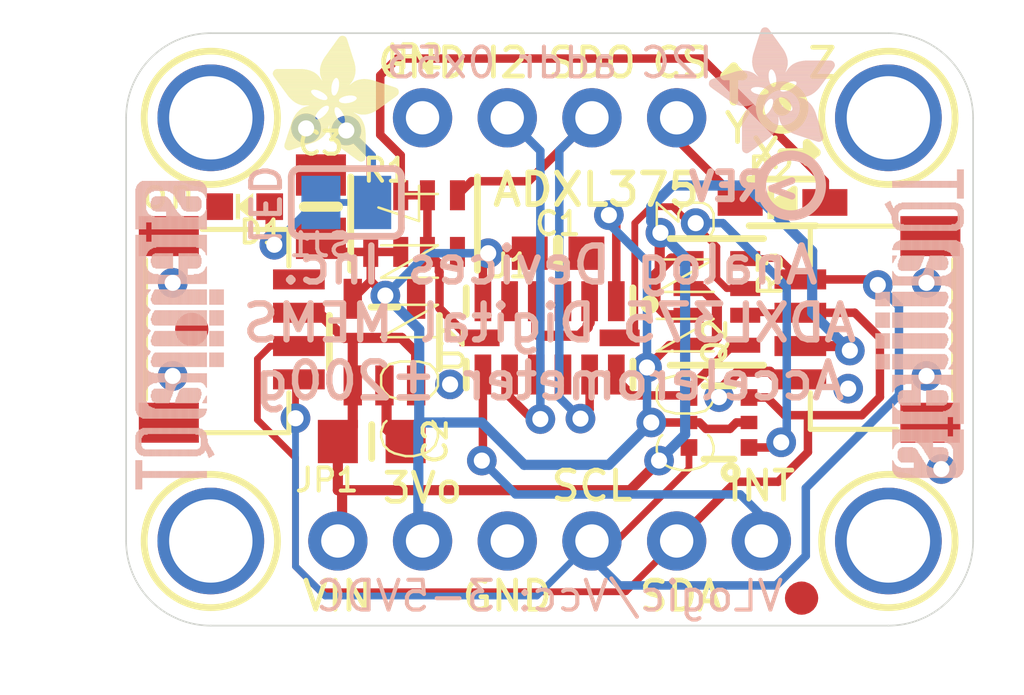
<source format=kicad_pcb>
(kicad_pcb (version 20211014) (generator pcbnew)
  (layers (0 "F.Cu" signal) (31 "B.Cu" signal) (34 "B.Paste" user) (35 "F.Paste" user) (36 "B.SilkS" user "B.Silkscreen") (37 "F.SilkS" user "F.Silkscreen") (38 "B.Mask" user) (39 "F.Mask" user) (44 "Edge.Cuts" user))
  (net 0 "")
  (net 1 "GND")
  (net 2 "SCL")
  (net 3 "SCL_3V")
  (net 4 "3.3V")
  (net 5 "VCC")
  (net 6 "N$1")
  (net 7 "CS_3V")
  (net 8 "INT1")
  (net 9 "INT2")
  (net 10 "SDA/SDIO_3V")
  (net 11 "SDO")
  (net 12 "CS")
  (net 13 "SDA/SDIO")
  (net 14 "N$2")
  (footprint "boardEagle:SOD-323" (layer "F.Cu") (at 155.4861 101.1936)
    (fp_text reference "D2" (at -1.1 -1) (layer "F.SilkS") (effects (font (size 0.692831 0.692831) (thickness 0.119969)) (justify left)))
    (fp_text value "1N4148")
    (pad "A" smd rect (at 1.27 0) (size 1.35 0.8) (layers "F.Cu" "F.Paste" "F.Mask") (net 7 "CS_3V"))
    (pad "C" smd rect (at -1.27 0) (size 1.35 0.8) (layers "F.Cu" "F.Paste" "F.Mask") (net 12 "CS"))
  )
  (footprint "boardEagle:0603-NO" (layer "F.Cu") (at 148.7551 102.7176)
    (fp_text reference "C1" (at -0.762 -0.889) (layer "F.SilkS") (effects (font (size 0.692831 0.692831) (thickness 0.119969)) (justify left)))
    (fp_text value "0.1uF")
    (pad "1" smd rect (at -0.85 0) (size 1.075 1) (layers "F.Cu" "F.Paste" "F.Mask") (net 4 "3.3V"))
    (pad "2" smd rect (at 0.85 0) (size 1.075 1) (layers "F.Cu" "F.Paste" "F.Mask") (net 1 "GND"))
  )
  (footprint "boardEagle:SOT363" (layer "F.Cu") (at 153.5811 107.7976 90)
    (fp_text reference "Q2" (at 1.651 -0.127 90) (layer "F.SilkS") (effects (font (size 0.692831 0.692831) (thickness 0.119969)) (justify left)))
    (fp_text value "BSS138")
    (pad "1" smd rect (at -0.75 0.9 90) (size 0.5 0.5) (layers "F.Cu" "F.Paste" "F.Mask") (net 3 "SCL_3V"))
    (pad "2" smd rect (at 0 0.9 90) (size 0.4 0.5) (layers "F.Cu" "F.Paste" "F.Mask") (net 4 "3.3V"))
    (pad "3" smd rect (at 0.75 0.9 90) (size 0.5 0.5) (layers "F.Cu" "F.Paste" "F.Mask") (net 13 "SDA/SDIO"))
    (pad "4" smd rect (at 0.75 -0.9 90) (size 0.5 0.5) (layers "F.Cu" "F.Paste" "F.Mask") (net 10 "SDA/SDIO_3V"))
    (pad "5" smd rect (at 0 -0.9 90) (size 0.4 0.5) (layers "F.Cu" "F.Paste" "F.Mask") (net 4 "3.3V"))
    (pad "6" smd rect (at -0.75 -0.9 90) (size 0.5 0.5) (layers "F.Cu" "F.Paste" "F.Mask") (net 2 "SCL"))
  )
  (footprint "boardEagle:MOUNTINGHOLE_2.5_PLATED" (layer "F.Cu") (at 138.3411 98.6536)
    (fp_text reference "U$1" hide)
    (fp_text value "MOUNTINGHOLE2.5" hide)
    (pad "P$1" thru_hole circle (at 0 0) (size 3.2 3.2) (drill 2.5) (layers *.Cu *.Mask))
  )
  (footprint "boardEagle:SOT23-5" (layer "F.Cu") (at 143.5481 105.3846)
    (fp_text reference "U2" (at 2.032 -0.562 90) (layer "F.SilkS") (effects (font (size 0.692831 0.692831) (thickness 0.119969)) (justify right)))
    (fp_text value "AP2112K-3.3")
    (pad "1" smd rect (at -0.95 1.3001) (size 0.55 1.2) (layers "F.Cu" "F.Paste" "F.Mask") (net 5 "VCC"))
    (pad "2" smd rect (at 0 1.3001) (size 0.55 1.2) (layers "F.Cu" "F.Paste" "F.Mask") (net 1 "GND"))
    (pad "3" smd rect (at 0.95 1.3001) (size 0.55 1.2) (layers "F.Cu" "F.Paste" "F.Mask") (net 5 "VCC"))
    (pad "4" smd rect (at 0.95 -1.3001) (size 0.55 1.2) (layers "F.Cu" "F.Paste" "F.Mask"))
    (pad "5" smd rect (at -0.95 -1.3001) (size 0.55 1.2) (layers "F.Cu" "F.Paste" "F.Mask") (net 4 "3.3V"))
  )
  (footprint "boardEagle:MOUNTINGHOLE_2.5_PLATED" (layer "F.Cu") (at 158.6611 98.6536)
    (fp_text reference "U$17" hide)
    (fp_text value "MOUNTINGHOLE2.5" hide)
    (pad "P$1" thru_hole circle (at 0 0) (size 3.2 3.2) (drill 2.5) (layers *.Cu *.Mask))
  )
  (footprint "boardEagle:MOUNTINGHOLE_2.5_PLATED" (layer "F.Cu") (at 158.6611 111.3536)
    (fp_text reference "U$21" hide)
    (fp_text value "MOUNTINGHOLE2.5" hide)
    (pad "P$1" thru_hole circle (at 0 0) (size 3.2 3.2) (drill 2.5) (layers *.Cu *.Mask))
  )
  (footprint "boardEagle:JST_SH4" (layer "F.Cu") (at 158.5341 105.0036 90)
    (fp_text reference "CONN3" (at -4.6 -5.9 90) (layer "F.SilkS") (effects (font (size 1.703222 1.703222) (thickness 0.074778)) (justify left)))
    (fp_text value "STEMMA_I2C_QT" hide)
    (pad "1" smd rect (at -1.5 -2.514 180) (size 1.55 0.6) (layers "F.Cu" "F.Paste" "F.Mask") (net 1 "GND"))
    (pad "2" smd rect (at -0.5 -2.514 180) (size 1.55 0.6) (layers "F.Cu" "F.Paste" "F.Mask") (net 5 "VCC"))
    (pad "3" smd rect (at 0.5 -2.514 180) (size 1.55 0.6) (layers "F.Cu" "F.Paste" "F.Mask") (net 13 "SDA/SDIO"))
    (pad "4" smd rect (at 1.5 -2.514 180) (size 1.55 0.6) (layers "F.Cu" "F.Paste" "F.Mask") (net 2 "SCL"))
    (pad "MT1" smd rect (at -2.8 1.386 180) (size 1.8 1.2) (layers "F.Cu" "F.Paste" "F.Mask") (net 1 "GND"))
    (pad "MT2" smd rect (at 2.8 1.386 180) (size 1.8 1.2) (layers "F.Cu" "F.Paste" "F.Mask") (net 1 "GND"))
  )
  (footprint "boardEagle:CHIPLED_0603_NOOUTLINE" (layer "F.Cu") (at 139.3571 101.3206 90)
    (fp_text reference "D1" (at -0.762 1.27) (layer "F.SilkS") (effects (font (size 0.692831 0.692831) (thickness 0.119969)) (justify right)))
    (fp_text value "GREEN")
    (pad "A" smd rect (at 0 0.75 90) (size 0.8 0.8) (layers "F.Cu" "F.Paste" "F.Mask") (net 14 "N$2"))
    (pad "C" smd rect (at 0 -0.75 90) (size 0.8 0.8) (layers "F.Cu" "F.Paste" "F.Mask") (net 1 "GND"))
  )
  (footprint "boardEagle:0805-NO" (layer "F.Cu") (at 141.6431 101.3206 90)
    (fp_text reference "C3" (at 1.905 -0.762) (layer "F.SilkS") (effects (font (size 0.692831 0.692831) (thickness 0.119969)) (justify left)))
    (fp_text value "10uF")
    (pad "1" smd rect (at -0.95 0 90) (size 1.24 1.5) (layers "F.Cu" "F.Paste" "F.Mask") (net 4 "3.3V"))
    (pad "2" smd rect (at 0.95 0 90) (size 1.24 1.5) (layers "F.Cu" "F.Paste" "F.Mask") (net 1 "GND"))
  )
  (footprint "boardEagle:ADAFRUIT_3.5MM" (layer "F.Cu") (at 140.1826 99.9871)
    (fp_text reference "U$4" hide)
    (fp_text value "" hide)
  )
  (footprint "boardEagle:1X04_ROUND" (layer "F.Cu") (at 148.5011 98.6536)
    (fp_text reference "JP2" (at -5.1562 -1.8288) (layer "F.SilkS") (effects (font (size 0.692831 0.692831) (thickness 0.119969)) (justify left)))
    (fp_text value "")
    (pad "1" thru_hole circle (at -3.81 0 90) (size 1.778 1.778) (drill 1) (layers *.Cu *.Mask) (net 1 "GND"))
    (pad "2" thru_hole circle (at -1.27 0 90) (size 1.778 1.778) (drill 1) (layers *.Cu *.Mask) (net 9 "INT2"))
    (pad "3" thru_hole circle (at 1.27 0 90) (size 1.778 1.778) (drill 1) (layers *.Cu *.Mask) (net 11 "SDO"))
    (pad "4" thru_hole circle (at 3.81 0 90) (size 1.778 1.778) (drill 1) (layers *.Cu *.Mask) (net 12 "CS"))
  )
  (footprint "boardEagle:LGA14" (layer "F.Cu") (at 148.5011 105.2576)
    (fp_text reference "U1" (at -2.032 -2.159) (layer "F.SilkS") (effects (font (size 0.692831 0.692831) (thickness 0.119969)) (justify left)))
    (fp_text value "ADXL343")
    (pad "1" smd rect (at 2 -1.1) (size 0.5 1.2) (layers "F.Cu" "F.Paste" "F.Mask") (net 4 "3.3V"))
    (pad "2" smd rect (at 1.2 -1.1 180) (size 0.5 1.2) (layers "F.Cu" "F.Paste" "F.Mask") (net 1 "GND"))
    (pad "3" smd rect (at 0.4 -1.1 180) (size 0.5 1.2) (layers "F.Cu" "F.Paste" "F.Mask"))
    (pad "4" smd rect (at -0.4 -1.1 180) (size 0.5 1.2) (layers "F.Cu" "F.Paste" "F.Mask") (net 1 "GND"))
    (pad "5" smd rect (at -1.2 -1.1 180) (size 0.5 1.2) (layers "F.Cu" "F.Paste" "F.Mask") (net 1 "GND"))
    (pad "6" smd rect (at -2 -1.1 180) (size 0.5 1.2) (layers "F.Cu" "F.Paste" "F.Mask") (net 4 "3.3V"))
    (pad "7" smd rect (at -2.1 0 270) (size 0.5 1.2) (layers "F.Cu" "F.Paste" "F.Mask") (net 7 "CS_3V"))
    (pad "8" smd rect (at -2 1.1 180) (size 0.5 1.2) (layers "F.Cu" "F.Paste" "F.Mask") (net 8 "INT1"))
    (pad "9" smd rect (at -1.2 1.1 180) (size 0.5 1.2) (layers "F.Cu" "F.Paste" "F.Mask") (net 9 "INT2"))
    (pad "10" smd rect (at -0.4 1.1) (size 0.5 1.2) (layers "F.Cu" "F.Paste" "F.Mask"))
    (pad "11" smd rect (at 0.4 1.1) (size 0.5 1.2) (layers "F.Cu" "F.Paste" "F.Mask"))
    (pad "12" smd rect (at 1.2 1.1) (size 0.5 1.2) (layers "F.Cu" "F.Paste" "F.Mask") (net 11 "SDO"))
    (pad "13" smd rect (at 2 1.1) (size 0.5 1.2) (layers "F.Cu" "F.Paste" "F.Mask") (net 10 "SDA/SDIO_3V"))
    (pad "14" smd rect (at 2.1 0 90) (size 0.5 1.2) (layers "F.Cu" "F.Paste" "F.Mask") (net 3 "SCL_3V"))
  )
  (footprint "boardEagle:FIDUCIAL_1MM" (layer "F.Cu") (at 137.7696 105.0036)
    (fp_text reference "FID4" hide)
    (fp_text value "FIDUCIAL_1MM" hide)
    (pad "1" smd roundrect (at 0 0) (size 1 1) (layers "F.Cu" "F.Mask") (roundrect_rratio 0.5))
  )
  (footprint "boardEagle:RESPACK_4X0603" (layer "F.Cu") (at 153.5176 104.1781 -90)
    (fp_text reference "R3" (at -1.6 -1.6 90) (layer "F.SilkS") (effects (font (size 0.692831 0.692831) (thickness 0.119969)) (justify right)))
    (fp_text value "10K")
    (pad "1" smd rect (at -1.3 0.85 270) (size 0.45 0.9) (layers "F.Cu" "F.Paste" "F.Mask") (net 5 "VCC"))
    (pad "2" smd rect (at -0.4 0.85 270) (size 0.45 0.9) (layers "F.Cu" "F.Paste" "F.Mask") (net 4 "3.3V"))
    (pad "3" smd rect (at 0.4 0.85 270) (size 0.45 0.9) (layers "F.Cu" "F.Paste" "F.Mask") (net 5 "VCC"))
    (pad "4" smd rect (at 1.3 0.85 270) (size 0.45 0.9) (layers "F.Cu" "F.Paste" "F.Mask") (net 4 "3.3V"))
    (pad "5" smd rect (at 1.3 -0.85 270) (size 0.45 0.9) (layers "F.Cu" "F.Paste" "F.Mask") (net 10 "SDA/SDIO_3V"))
    (pad "6" smd rect (at 0.4 -0.85 270) (size 0.45 0.9) (layers "F.Cu" "F.Paste" "F.Mask") (net 13 "SDA/SDIO"))
    (pad "7" smd rect (at -0.4 -0.85 270) (size 0.45 0.9) (layers "F.Cu" "F.Paste" "F.Mask") (net 3 "SCL_3V"))
    (pad "8" smd rect (at -1.3 -0.85 270) (size 0.45 0.9) (layers "F.Cu" "F.Paste" "F.Mask") (net 2 "SCL"))
  )
  (footprint "boardEagle:_0805MP" (layer "F.Cu") (at 143.1671 108.3691)
    (fp_text reference "C2" (at 1.905 -0.762 90) (layer "F.SilkS") (effects (font (size 0.692831 0.692831) (thickness 0.119969)) (justify right)))
    (fp_text value "10uF")
    (pad "1" smd rect (at -1.016 0) (size 1.2 1.3) (layers "F.Cu" "F.Paste" "F.Mask") (net 5 "VCC"))
    (pad "2" smd rect (at 1.016 0) (size 1.2 1.3) (layers "F.Cu" "F.Paste" "F.Mask") (net 1 "GND"))
  )
  (footprint "boardEagle:JST_SH4" (layer "F.Cu") (at 138.4681 105.0036 -90)
    (fp_text reference "CONN4" (at -4.6 -5.9 90) (layer "F.SilkS") (effects (font (size 1.703222 1.703222) (thickness 0.074778)) (justify right)))
    (fp_text value "STEMMA_I2C_QT" hide)
    (pad "1" smd rect (at -1.5 -2.514) (size 1.55 0.6) (layers "F.Cu" "F.Paste" "F.Mask") (net 1 "GND"))
    (pad "2" smd rect (at -0.5 -2.514) (size 1.55 0.6) (layers "F.Cu" "F.Paste" "F.Mask") (net 5 "VCC"))
    (pad "3" smd rect (at 0.5 -2.514) (size 1.55 0.6) (layers "F.Cu" "F.Paste" "F.Mask") (net 13 "SDA/SDIO"))
    (pad "4" smd rect (at 1.5 -2.514) (size 1.55 0.6) (layers "F.Cu" "F.Paste" "F.Mask") (net 2 "SCL"))
    (pad "MT1" smd rect (at -2.8 1.386) (size 1.8 1.2) (layers "F.Cu" "F.Paste" "F.Mask") (net 1 "GND"))
    (pad "MT2" smd rect (at 2.8 1.386) (size 1.8 1.2) (layers "F.Cu" "F.Paste" "F.Mask") (net 1 "GND"))
  )
  (footprint "boardEagle:RESPACK_4X0603" (layer "F.Cu") (at 144.4371 101.8286)
    (fp_text reference "R1" (at -1.6 -1.6) (layer "F.SilkS") (effects (font (size 0.692831 0.692831) (thickness 0.119969)) (justify left)))
    (fp_text value "10K")
    (pad "1" smd rect (at -1.3 0.85) (size 0.45 0.9) (layers "F.Cu" "F.Paste" "F.Mask") (net 4 "3.3V"))
    (pad "2" smd rect (at -0.4 0.85) (size 0.45 0.9) (layers "F.Cu" "F.Paste" "F.Mask") (net 4 "3.3V"))
    (pad "3" smd rect (at 0.4 0.85) (size 0.45 0.9) (layers "F.Cu" "F.Paste" "F.Mask") (net 7 "CS_3V"))
    (pad "4" smd rect (at 1.3 0.85) (size 0.45 0.9) (layers "F.Cu" "F.Paste" "F.Mask") (net 1 "GND"))
    (pad "5" smd rect (at 1.3 -0.85) (size 0.45 0.9) (layers "F.Cu" "F.Paste" "F.Mask") (net 11 "SDO"))
    (pad "6" smd rect (at 0.4 -0.85) (size 0.45 0.9) (layers "F.Cu" "F.Paste" "F.Mask") (net 7 "CS_3V"))
    (pad "7" smd rect (at -0.4 -0.85) (size 0.45 0.9) (layers "F.Cu" "F.Paste" "F.Mask") (net 7 "CS_3V"))
    (pad "8" smd rect (at -1.3 -0.85) (size 0.45 0.9) (layers "F.Cu" "F.Paste" "F.Mask") (net 6 "N$1"))
  )
  (footprint "boardEagle:1X06_ROUND_70" (layer "F.Cu") (at 148.5011 111.3536)
    (fp_text reference "JP1" (at -7.6962 -1.8288) (layer "F.SilkS") (effects (font (size 0.692831 0.692831) (thickness 0.119969)) (justify left)))
    (fp_text value "")
    (pad "1" thru_hole circle (at -6.35 0 90) (size 1.778 1.778) (drill 1) (layers *.Cu *.Mask) (net 5 "VCC"))
    (pad "2" thru_hole circle (at -3.81 0 90) (size 1.778 1.778) (drill 1) (layers *.Cu *.Mask) (net 4 "3.3V"))
    (pad "3" thru_hole circle (at -1.27 0 90) (size 1.778 1.778) (drill 1) (layers *.Cu *.Mask) (net 1 "GND"))
    (pad "4" thru_hole circle (at 1.27 0 90) (size 1.778 1.778) (drill 1) (layers *.Cu *.Mask) (net 2 "SCL"))
    (pad "5" thru_hole circle (at 3.81 0 90) (size 1.778 1.778) (drill 1) (layers *.Cu *.Mask) (net 13 "SDA/SDIO"))
    (pad "6" thru_hole circle (at 6.35 0 90) (size 1.778 1.778) (drill 1) (layers *.Cu *.Mask) (net 8 "INT1"))
  )
  (footprint "boardEagle:FIDUCIAL_1MM" (layer "F.Cu") (at 156.0576 113.0681)
    (fp_text reference "FID3" hide)
    (fp_text value "FIDUCIAL_1MM" hide)
    (pad "1" smd roundrect (at 0 0) (size 1 1) (layers "F.Cu" "F.Mask") (roundrect_rratio 0.5))
  )
  (footprint "boardEagle:MOUNTINGHOLE_2.5_PLATED" (layer "F.Cu") (at 138.3411 111.3536)
    (fp_text reference "U$19" hide)
    (fp_text value "MOUNTINGHOLE2.5" hide)
    (pad "P$1" thru_hole circle (at 0 0) (size 3.2 3.2) (drill 2.5) (layers *.Cu *.Mask))
  )
  (footprint "boardEagle:STEMMAQT" (layer "B.Cu") (at 158.2801 109.4486 90)
    (fp_text reference "U$30" hide)
    (fp_text value "" hide)
  )
  (footprint "boardEagle:PCBFEAT-REV-040" (layer "B.Cu") (at 155.7401 100.6856 180)
    (fp_text reference "U$25" hide)
    (fp_text value "" hide)
    (fp_text user ">REV" (at -0.3556 -0.508) (layer "B.SilkS") (effects (font (size 0.8128 0.8128) (thickness 0.2032)) (justify left bottom mirror)))
  )
  (footprint "boardEagle:ADAFRUIT_3.5MM" (layer "B.Cu") (at 157.0736 99.7331 180)
    (fp_text reference "U$11" hide)
    (fp_text value "" hide)
  )
  (footprint "boardEagle:STEMMAQT" (layer "B.Cu") (at 138.7221 100.5586 -90)
    (fp_text reference "U$31" hide)
    (fp_text value "" hide)
  )
  (footprint "boardEagle:SOLDERJUMPER_CLOSEDWIRE" (layer "B.Cu") (at 142.4051 101.1936)
    (fp_text reference "SJ1" (at -1.778 1.27) (layer "B.SilkS") (effects (font (size 0.692831 0.692831) (thickness 0.119969)) (justify right mirror)))
    (fp_text value "")
    (pad "1" smd rect (at -0.762 0) (size 1.1684 1.6002) (layers "B.Cu") (net 14 "N$2"))
    (pad "2" smd rect (at 0.762 0) (size 1.1684 1.6002) (layers "B.Cu") (net 6 "N$1"))
    (pad "WIRE" smd rect (at 0 0 180) (size 0.635 0.2032) (layers "B.Cu"))
  )
  (gr_line (start 155.4607 99.695) (end 156.4767 99.695) (layer "F.SilkS") (width 0.254))
  (gr_line (start 154.305 97.3963) (end 154.2796 97.3963) (layer "F.SilkS") (width 0.254))
  (gr_line (start 154.0256 97.1169) (end 153.7462 97.3963) (layer "F.SilkS") (width 0.254))
  (gr_line (start 154.0256 98.1583) (end 154.0256 97.1423) (layer "F.SilkS") (width 0.254))
  (gr_line (start 156.2227 99.4156) (end 156.2227 99.949) (layer "F.SilkS") (width 0.254))
  (gr_line (start 156.5021 99.695) (end 156.2227 99.4156) (layer "F.SilkS") (width 0.254))
  (gr_line (start 156.2227 99.9744) (end 156.2227 99.949) (layer "F.SilkS") (width 0.254))
  (gr_line (start 156.2227 99.949) (end 156.4767 99.695) (layer "F.SilkS") (width 0.254))
  (gr_line (start 156.4767 99.695) (end 156.5021 99.695) (layer "F.SilkS") (width 0.254))
  (gr_circle (center 155.4734 98.3107) (end 155.4988 98.3107) (layer "F.SilkS") (width 0.254) (fill none))
  (gr_line (start 154.2796 97.3963) (end 154.0256 97.1423) (layer "F.SilkS") (width 0.254))
  (gr_line (start 153.7462 97.3963) (end 154.2796 97.3963) (layer "F.SilkS") (width 0.254))
  (gr_line (start 154.0256 97.1423) (end 154.0256 97.1169) (layer "F.SilkS") (width 0.254))
  (gr_circle (center 155.4734 98.3488) (end 156.1338 98.3488) (layer "F.SilkS") (width 0.254) (fill none))
  (gr_arc (start 161.2011 111.3536) (mid 160.457151 113.149651) (end 158.6611 113.8936) (layer "Edge.Cuts") (width 0.05))
  (gr_line (start 135.8011 98.6536) (end 135.8011 111.3536) (layer "Edge.Cuts") (width 0.05))
  (gr_line (start 138.3411 113.8936) (end 158.6611 113.8936) (layer "Edge.Cuts") (width 0.05))
  (gr_arc (start 138.3411 113.8936) (mid 136.545049 113.149651) (end 135.8011 111.3536) (layer "Edge.Cuts") (width 0.05))
  (gr_arc (start 158.6611 96.1136) (mid 160.457151 96.857549) (end 161.2011 98.6536) (layer "Edge.Cuts") (width 0.05))
  (gr_arc (start 135.8011 98.6536) (mid 136.545049 96.857549) (end 138.3411 96.1136) (layer "Edge.Cuts") (width 0.05))
  (gr_line (start 158.6611 96.1136) (end 138.3411 96.1136) (layer "Edge.Cuts") (width 0.05))
  (gr_line (start 161.2011 111.3536) (end 161.2011 98.6536) (layer "Edge.Cuts") (width 0.05))
  (gr_text "Analog Devices Inc.\nADXL375 Digital MEMS\nAccelerometer ±200g" (at 148.5011 104.8131) (layer "B.SilkS") (effects (font (size 1.0795 1.0795) (thickness 0.1905)) (justify mirror)))
  (gr_text "I2C addr 0x53" (at 148.5011 97.0026) (layer "B.SilkS") (effects (font (size 0.89408 0.89408) (thickness 0.12192)) (justify mirror)))
  (gr_text "LED" (at 139.9286 101.2571 -90) (layer "B.SilkS") (effects (font (size 0.8636 0.8636) (thickness 0.1524)) (justify mirror)))
  (gr_text "VLogic/Vcc: 3-5VDC" (at 148.5011 113.0046) (layer "B.SilkS") (effects (font (size 0.89408 0.89408) (thickness 0.12192)) (justify mirror)))
  (gr_text "SDO" (at 149.7711 97.0026) (layer "F.SilkS") (effects (font (size 0.87376 0.87376) (thickness 0.14224))))
  (gr_text "3Vo" (at 144.6911 109.7661) (layer "F.SilkS") (effects (font (size 0.87376 0.87376) (thickness 0.14224))))
  (gr_text "ADXL375" (at 149.8981 100.8126) (layer "F.SilkS") (effects (font (size 0.94996 0.94996) (thickness 0.16764))))
  (gr_text "Y" (at 153.67 99.4791) (layer "F.SilkS") (effects (font (size 0.87376 0.87376) (thickness 0.14224)) (justify left bottom)))
  (gr_text "Z" (at 156.1719 97.5233) (layer "F.SilkS") (effects (font (size 0.87376 0.87376) (thickness 0.14224)) (justify left bottom)))
  (gr_text "X" (at 154.4701 100.2411) (layer "F.SilkS") (effects (font (size 0.87376 0.87376) (thickness 0.14224)) (justify left bottom)))
  (gr_text "VIN" (at 142.1511 113.0046) (layer "F.SilkS") (effects (font (size 0.87376 0.87376) (thickness 0.14224))))
  (gr_text "GND" (at 144.6911 97.0026) (layer "F.SilkS") (effects (font (size 0.87376 0.87376) (thickness 0.14224))))
  (gr_text "INT" (at 154.8511 109.7026) (layer "F.SilkS") (effects (font (size 0.87376 0.87376) (thickness 0.14224))))
  (gr_text "GND" (at 147.2311 113.0046) (layer "F.SilkS") (effects (font (size 0.87376 0.87376) (thickness 0.14224))))
  (gr_text "on" (at 136.1821 101.4476) (layer "F.SilkS") (effects (font (size 0.89408 0.89408) (thickness 0.12192)) (justify left bottom)))
  (gr_text "SCL" (at 149.7711 109.7026) (layer "F.SilkS") (effects (font (size 0.87376 0.87376) (thickness 0.14224))))
  (gr_text "CS" (at 152.4381 97.0026) (layer "F.SilkS") (effects (font (size 0.87376 0.87376) (thickness 0.14224))))
  (gr_text "I2" (at 147.2311 97.0026) (layer "F.SilkS") (effects (font (size 0.87376 0.87376) (thickness 0.14224))))
  (gr_text "SDA" (at 152.4381 113.0046) (layer "F.SilkS") (effects (font (size 0.87376 0.87376) (thickness 0.14224))))
  (segment (start 155.3351 106.5036) (end 156.0201 106.5036) (width 0.3048) (layer "F.Cu") (net 1))
  (segment (start 149.3901 105.1941) (end 148.1836 105.1941) (width 0.3048) (layer "F.Cu") (net 1))
  (segment (start 148.1011 105.1116) (end 148.1011 104.1576) (width 0.3048) (layer "F.Cu") (net 1))
  (segment (start 143.6116 106.7482) (end 143.6116 107.9881) (width 0.3048) (layer "F.Cu") (net 1))
  (segment (start 154.1526 106.2736) (end 153.5811 106.8451) (width 0.3048) (layer "F.Cu") (net 1))
  (segment (start 153.5811 107.0356) (end 153.5811 106.8451) (width 0.3048) (layer "F.Cu") (net 1))
  (segment (start 149.7011 104.804707) (end 149.6455 104.860307) (width 0.3048) (layer "F.Cu") (net 1))
  (segment (start 143.5481 106.6847) (end 143.6116 106.7482) (width 0.3048) (layer "F.Cu") (net 1))
  (segment (start 143.6116 107.9881) (end 143.9926 108.3691) (width 0.3048) (layer "F.Cu") (net 1))
  (segment (start 155.1051 106.2736) (end 155.3351 106.5036) (width 0.3048) (layer "F.Cu") (net 1))
  (segment (start 143.9926 108.3691) (end 144.1831 108.3691) (width 0.3048) (layer "F.Cu") (net 1))
  (segment (start 149.6455 104.860307) (end 149.6455 104.9387) (width 0.3048) (layer "F.Cu") (net 1))
  (segment (start 149.6455 104.9387) (end 149.3901 105.1941) (width 0.3048) (layer "F.Cu") (net 1))
  (segment (start 154.1526 106.2736) (end 155.1051 106.2736) (width 0.3048) (layer "F.Cu") (net 1))
  (segment (start 148.1836 105.1941) (end 148.1011 105.1116) (width 0.3048) (layer "F.Cu") (net 1))
  (segment (start 149.7011 104.1576) (end 149.7011 104.804707) (width 0.3048) (layer "F.Cu") (net 1))
  (via (at 145.5166 106.6546) (size 0.889) (drill 0.4826) (layers "F.Cu" "B.Cu") (net 1))
  (via (at 160.2486 109.1946) (size 0.889) (drill 0.4826) (layers "F.Cu" "B.Cu") (net 1))
  (via (at 137.1981 103.6066) (size 0.889) (drill 0.4826) (layers "F.Cu" "B.Cu") (net 1))
  (via (at 137.1981 106.4006) (size 0.889) (drill 0.4826) (layers "F.Cu" "B.Cu") (net 1))
  (via (at 153.5811 107.0356) (size 0.889) (drill 0.4826) (layers "F.Cu" "B.Cu") (net 1))
  (via (at 157.4546 106.7816) (size 0.889) (drill 0.4826) (layers "F.Cu" "B.Cu") (net 1))
  (via (at 141.1986 98.9711) (size 0.889) (drill 0.4826) (layers "F.Cu" "B.Cu") (net 1))
  (via (at 159.8041 106.4006) (size 0.889) (drill 0.4826) (layers "F.Cu" "B.Cu") (net 1))
  (via (at 159.8041 103.6066) (size 0.889) (drill 0.4826) (layers "F.Cu" "B.Cu") (net 1))
  (segment (start 156.0201 103.5036) (end 155.3946 102.8781) (width 0.2032) (layer "F.Cu") (net 2))
  (segment (start 150.5101 111.3536) (end 149.7711 111.3536) (width 0.2032) (layer "F.Cu") (net 2))
  (segment (start 158.1771 103.5036) (end 158.3436 103.6701) (width 0.254) (layer "F.Cu") (net 2))
  (segment (start 140.8811 106.6046) (end 140.9821 106.5036) (width 0.2032) (layer "F.Cu") (net 2))
  (segment (start 140.8811 107.6706) (end 140.8811 106.6046) (width 0.2032) (layer "F.Cu") (net 2))
  (segment (start 152.6811 108.5476) (end 152.6811 109.1826) (width 0.2032) (layer "F.Cu") (net 2))
  (segment (start 156.0201 103.5036) (end 158.1771 103.5036) (width 0.254) (layer "F.Cu") (net 2))
  (segment (start 155.3946 102.8781) (end 154.3676 102.8781) (width 0.2032) (layer "F.Cu") (net 2))
  (segment (start 152.6811 109.1826) (end 150.5101 111.3536) (width 0.2032) (layer "F.Cu") (net 2))
  (via (at 140.8811 107.6706) (size 0.889) (drill 0.4826) (layers "F.Cu" "B.Cu") (net 2))
  (via (at 158.3436 103.6701) (size 0.889) (drill 0.4826) (layers "F.Cu" "B.Cu") (net 2))
  (segment (start 156.1846 109.7661) (end 156.1846 111.7981) (width 0.254) (layer "B.Cu") (net 2))
  (segment (start 140.8811 112.1156) (end 140.8811 107.6706) (width 0.2032) (layer "B.Cu") (net 2))
  (segment (start 155.2956 112.6871) (end 150.5966 112.6871) (width 0.254) (layer "B.Cu") (net 2))
  (segment (start 158.3436 103.6701) (end 158.9786 104.3051) (width 0.254) (layer "B.Cu") (net 2))
  (segment (start 150.5966 112.6871) (end 149.7711 111.8616) (width 0.254) (layer "B.Cu") (net 2))
  (segment (start 141.7701 113.0046) (end 140.8811 112.1156) (width 0.2032) (layer "B.Cu") (net 2))
  (segment (start 158.9786 106.9721) (end 156.1846 109.7661) (width 0.254) (layer "B.Cu") (net 2))
  (segment (start 148.1201 113.0046) (end 141.7701 113.0046) (width 0.2032) (layer "B.Cu") (net 2))
  (segment (start 149.7711 111.3536) (end 148.1201 113.0046) (width 0.2032) (layer "B.Cu") (net 2))
  (segment (start 149.7711 111.8616) (end 149.7711 111.3536) (width 0.254) (layer "B.Cu") (net 2))
  (segment (start 158.9786 104.3051) (end 158.9786 106.9721) (width 0.254) (layer "B.Cu") (net 2))
  (segment (start 156.1846 111.7981) (end 155.2956 112.6871) (width 0.254) (layer "B.Cu") (net 2))
  (segment (start 153.5176 103.4796) (end 153.5176 102.5271) (width 0.2032) (layer "F.Cu") (net 3))
  (segment (start 152.6921 101.8149) (end 152.1978 101.3206) (width 0.2032) (layer "F.Cu") (net 3))
  (segment (start 151.0559 101.8138) (end 151.0559 105.2576) (width 0.2032) (layer "F.Cu") (net 3))
  (segment (start 154.4811 108.5476) (end 155.291506 108.5476) (width 0.254) (layer "F.Cu") (net 3))
  (segment (start 155.291506 108.5476) (end 155.446303 108.392804) (width 0.254) (layer "F.Cu") (net 3))
  (segment (start 153.8161 103.7781) (end 153.5176 103.4796) (width 0.2032) (layer "F.Cu") (net 3))
  (segment (start 153.5176 102.5271) (end 152.8826 101.8921) (width 0.2032) (layer "F.Cu") (net 3))
  (segment (start 152.1978 101.3206) (end 151.5491 101.3206) (width 0.2032) (layer "F.Cu") (net 3))
  (segment (start 152.8826 101.8149) (end 152.6921 101.8149) (width 0.2032) (layer "F.Cu") (net 3))
  (segment (start 151.5491 101.3206) (end 151.0559 101.8138) (width 0.2032) (layer "F.Cu") (net 3))
  (segment (start 152.8826 101.8149) (end 152.8826 101.8921) (width 0.2032) (layer "F.Cu") (net 3))
  (segment (start 151.0559 105.2576) (end 150.6011 105.2576) (width 0.2032) (layer "F.Cu") (net 3))
  (segment (start 154.3676 103.7781) (end 153.8161 103.7781) (width 0.2032) (layer "F.Cu") (net 3))
  (via (at 152.8826 101.8149) (size 0.889) (drill 0.4826) (layers "F.Cu" "B.Cu") (net 3))
  (via (at 155.446303 108.392804) (size 0.889) (drill 0.4826) (layers "F.Cu" "B.Cu") (net 3))
  (segment (start 155.6131 108.226007) (end 155.6131 103.7336) (width 0.254) (layer "B.Cu") (net 3))
  (segment (start 153.6944 101.8149) (end 152.8826 101.8149) (width 0.254) (layer "B.Cu") (net 3))
  (segment (start 155.6131 103.7336) (end 153.6944 101.8149) (width 0.254) (layer "B.Cu") (net 3))
  (segment (start 155.446303 108.392804) (end 155.6131 108.226007) (width 0.254) (layer "B.Cu") (net 3))
  (segment (start 154.1001 107.7976) (end 154.4811 107.7976) (width 0.254) (layer "F.Cu") (net 4))
  (segment (start 153.5176 104.2226) (end 153.0731 103.7781) (width 0.3048) (layer "F.Cu") (net 4))
  (segment (start 151.5491 107.7976) (end 152.6811 107.7976) (width 0.254) (layer "F.Cu") (net 4))
  (segment (start 143.1371 102.6786) (end 142.0511 102.6786) (width 0.254) (layer "F.Cu") (net 4))
  (segment (start 153.5176 105.2576) (end 153.2971 105.4781) (width 0.3048) (layer "F.Cu") (net 4))
  (segment (start 152.6811 107.7976) (end 152.9986 107.7976) (width 0.254) (layer "F.Cu") (net 4))
  (segment (start 142.5981 104.0845) (end 143.1371 103.5455) (width 0.254) (layer "F.Cu") (net 4))
  (segment (start 153.2971 105.4781) (end 152.6676 105.4781) (width 0.3048) (layer "F.Cu") (net 4))
  (segment (start 143.1371 103.5493) (end 143.5754 103.9876) (width 0.254) (layer "F.Cu") (net 4))
  (segment (start 143.1371 102.6786) (end 143.1371 103.5455) (width 0.254) (layer "F.Cu") (net 4))
  (segment (start 152.0906 105.4781) (end 151.4221 106.1466) (width 0.254) (layer "F.Cu") (net 4))
  (segment (start 150.5011 101.7966) (end 150.2791 101.5746) (width 0.254) (layer "F.Cu") (net 4))
  (segment (start 146.5011 104.1576) (end 146.5011 103.1056) (width 0.254) (layer "F.Cu") (net 4))
  (segment (start 142.0511 102.6786) (end 141.6431 102.2706) (width 0.254) (layer "F.Cu") (net 4))
  (segment (start 152.6676 105.4781) (end 152.0906 105.4781) (width 0.254) (layer "F.Cu") (net 4))
  (segment (start 153.9096 107.9881) (end 153.1891 107.9881) (width 0.254) (layer "F.Cu") (net 4))
  (segment (start 146.8891 102.7176) (end 147.9051 102.7176) (width 0.254) (layer "F.Cu") (net 4))
  (segment (start 153.5176 104.2226) (end 153.5176 105.2576) (width 0.3048) (layer "F.Cu") (net 4))
  (segment (start 146.8891 102.7176) (end 146.5011 103.1056) (width 0.254) (layer "F.Cu") (net 4))
  (segment (start 153.1891 107.9881) (end 152.9986 107.7976) (width 0.254) (layer "F.Cu") (net 4))
  (segment (start 143.1371 103.5455) (end 143.1371 103.5493) (width 0.254) (layer "F.Cu") (net 4))
  (segment (start 147.9051 102.7176) (end 146.6596 102.7176) (width 0.254) (layer "F.Cu") (net 4))
  (segment (start 152.6676 103.7781) (end 153.0731 103.7781) (width 0.3048) (layer "F.Cu") (net 4))
  (segment (start 154.1001 107.7976) (end 153.9096 107.9881) (width 0.254) (layer "F.Cu") (net 4))
  (segment (start 144.0371 102.6786) (end 143.1371 102.6786) (width 0.254) (layer "F.Cu") (net 4))
  (segment (start 150.5011 104.1576) (end 150.5011 101.7966) (width 0.254) (layer "F.Cu") (net 4))
  (via (at 143.5754 103.9876) (size 0.889) (drill 0.4826) (layers "F.Cu" "B.Cu") (net 4))
  (via (at 146.6596 102.7176) (size 0.889) (drill 0.4826) (layers "F.Cu" "B.Cu") (net 4))
  (via (at 151.5491 107.7976) (size 0.889) (drill 0.4826) (layers "F.Cu" "B.Cu") (net 4))
  (via (at 150.2791 101.5746) (size 0.889) (drill 0.4826) (layers "F.Cu" "B.Cu") (net 4))
  (via (at 151.4221 106.1466) (size 0.889) (drill 0.4826) (layers "F.Cu" "B.Cu") (net 4))
  (segment (start 145.3261 107.7976) (end 144.5914 107.7976) (width 0.3048) (layer "B.Cu") (net 4))
  (segment (start 151.4221 102.9716) (end 150.2791 101.8286) (width 0.254) (layer "B.Cu") (net 4))
  (segment (start 144.5914 105.0036) (end 143.5754 103.9876) (width 0.3048) (layer "B.Cu") (net 4))
  (segment (start 144.8454 102.7176) (end 146.6596 102.7176) (width 0.254) (layer "B.Cu") (net 4))
  (segment (start 146.4691 107.7976) (end 145.3261 107.7976) (width 0.3048) (layer "B.Cu") (net 4))
  (segment (start 150.2791 101.5746) (end 150.2791 101.8286) (width 0.254) (layer "B.Cu") (net 4))
  (segment (start 144.5641 107.7976) (end 144.5641 111.2266) (width 0.3048) (layer "B.Cu") (net 4))
  (segment (start 151.4221 102.9716) (end 151.4221 106.1466) (width 0.254) (layer "B.Cu") (net 4))
  (segment (start 145.3261 107.7976) (end 144.5641 107.7976) (width 0.254) (layer "B.Cu") (net 4))
  (segment (start 147.7391 109.0676) (end 146.4691 107.7976) (width 0.3048) (layer "B.Cu") (net 4))
  (segment (start 150.2791 109.0676) (end 147.7391 109.0676) (width 0.3048) (layer "B.Cu") (net 4))
  (segment (start 151.4221 106.1466) (end 151.4221 107.6706) (width 0.254) (layer "B.Cu") (net 4))
  (segment (start 151.5491 107.7976) (end 150.2791 109.0676) (width 0.3048) (layer "B.Cu") (net 4))
  (segment (start 144.5914 105.0036) (end 144.5914 107.7976) (width 0.3048) (layer "B.Cu") (net 4))
  (segment (start 144.5641 111.2266) (end 144.6911 111.3536) (width 0.3048) (layer "B.Cu") (net 4))
  (segment (start 151.5491 107.7976) (end 151.4221 107.6706) (width 0.254) (layer "B.Cu") (net 4))
  (segment (start 143.5754 103.9876) (end 144.8454 102.7176) (width 0.254) (layer "B.Cu") (net 4))
  (segment (start 144.4981 106.6847) (end 144.4981 105.6996) (width 0.3048) (layer "F.Cu") (net 5))
  (segment (start 142.2781 109.8296) (end 150.9141 109.8296) (width 0.3048) (layer "F.Cu") (net 5))
  (segment (start 142.5981 107.9221) (end 142.5981 106.6847) (width 0.3048) (layer "F.Cu") (net 5))
  (segment (start 142.5981 106.6847) (end 142.5981 105.3186) (width 0.3048) (layer "F.Cu") (net 5))
  (segment (start 152.6676 104.5781) (end 152.0126 104.5781) (width 0.3048) (layer "F.Cu") (net 5))
  (segment (start 142.329806 105.2576) (end 141.575806 104.5036) (width 0.3048) (layer "F.Cu") (net 5))
  (segment (start 157.3704 105.5036) (end 157.5054 105.6386) (width 0.3048) (layer "F.Cu") (net 5))
  (segment (start 152.1506 102.8781) (end 151.8031 103.2256) (width 0.3048) (layer "F.Cu") (net 5))
  (segment (start 142.1511 108.3691) (end 142.5981 107.9221) (width 0.3048) (layer "F.Cu") (net 5))
  (segment (start 151.8031 103.2256) (end 151.6761 103.3526) (width 0.3048) (layer "F.Cu") (net 5))
  (segment (start 142.5981 105.3186) (end 142.6591 105.2576) (width 0.3048) (layer "F.Cu") (net 5))
  (segment (start 144.4981 105.6996) (end 144.0561 105.2576) (width 0.3048) (layer "F.Cu") (net 5))
  (segment (start 151.7834 108.9603) (end 151.7834 108.9406) (width 0.3048) (layer "F.Cu") (net 5))
  (segment (start 151.8031 102.126275) (end 151.8031 103.2256) (width 0.3048) (layer "F.Cu") (net 5))
  (segment (start 151.824937 102.104438) (end 151.8031 102.126275) (width 0.3048) (layer "F.Cu") (net 5))
  (segment (start 150.9141 109.8296) (end 151.7834 108.9603) (width 0.3048) (layer "F.Cu") (net 5))
  (segment (start 142.1511 109.8296) (end 142.2781 109.8296) (width 0.3048) (layer "F.Cu") (net 5))
  (segment (start 151.6761 104.2416) (end 151.6761 103.3526) (width 0.3048) (layer "F.Cu") (net 5))
  (segment (start 141.575806 104.5036) (end 140.9821 104.5036) (width 0.3048) (layer "F.Cu") (net 5))
  (segment (start 142.1511 108.3691) (end 142.1511 109.8296) (width 0.3048) (layer "F.Cu") (net 5))
  (segment (start 142.6591 105.2576) (end 142.329806 105.2576) (width 0.3048) (layer "F.Cu") (net 5))
  (segment (start 152.0126 104.5781) (end 151.6761 104.2416) (width 0.3048) (layer "F.Cu") (net 5))
  (segment (start 144.0561 105.2576) (end 142.6591 105.2576) (width 0.3048) (layer "F.Cu") (net 5))
  (segment (start 152.1506 102.8781) (end 152.6676 102.8781) (width 0.3048) (layer "F.Cu") (net 5))
  (segment (start 156.0201 105.5036) (end 157.3704 105.5036) (width 0.3048) (layer "F.Cu") (net 5))
  (segment (start 142.2781 109.8296) (end 142.2781 111.2266) (width 0.3048) (layer "F.Cu") (net 5))
  (segment (start 142.2781 111.2266) (end 142.1511 111.3536) (width 0.3048) (layer "F.Cu") (net 5))
  (via (at 151.824937 102.104438) (size 0.889) (drill 0.4826) (layers "F.Cu" "B.Cu") (net 5))
  (via (at 157.5054 105.6386) (size 0.889) (drill 0.4826) (layers "F.Cu" "B.Cu") (net 5))
  (via (at 151.7834 108.9406) (size 0.889) (drill 0.4826) (layers "F.Cu" "B.Cu") (net 5))
  (segment (start 154.4066 100.6856) (end 156.3751 102.6541) (width 0.3048) (layer "B.Cu") (net 5))
  (segment (start 151.7834 108.9406) (end 152.5651 108.1589) (width 0.3048) (layer "B.Cu") (net 5))
  (segment (start 156.3751 102.6541) (end 156.3751 104.5083) (width 0.3048) (layer "B.Cu") (net 5))
  (segment (start 152.5651 102.8446) (end 151.824937 102.104438) (width 0.3048) (layer "B.Cu") (net 5))
  (segment (start 156.3751 104.5083) (end 157.5054 105.6386) (width 0.3048) (layer "B.Cu") (net 5))
  (segment (start 152.5651 108.1589) (end 152.5651 102.8446) (width 0.3048) (layer "B.Cu") (net 5))
  (segment (start 151.5491 101.3206) (end 152.1841 100.6856) (width 0.3048) (layer "B.Cu") (net 5))
  (segment (start 151.824937 102.040938) (end 151.5491 101.7651) (width 0.3048) (layer "B.Cu") (net 5))
  (segment (start 151.824937 102.104438) (end 151.824937 102.040938) (width 0.3048) (layer "B.Cu") (net 5))
  (segment (start 151.5491 101.7651) (end 151.5491 101.3206) (width 0.3048) (layer "B.Cu") (net 5))
  (segment (start 152.1841 100.6856) (end 154.4066 100.6856) (width 0.3048) (layer "B.Cu") (net 5))
  (segment (start 143.1371 100.9786) (end 143.1371 99.7666) (width 0.254) (layer "F.Cu") (net 6))
  (segment (start 143.1371 99.7666) (end 142.4051 99.0346) (width 0.254) (layer "F.Cu") (net 6))
  (via (at 142.4051 99.0346) (size 0.889) (drill 0.4826) (layers "F.Cu" "B.Cu") (net 6))
  (segment (start 142.4051 99.0346) (end 143.1671 99.7966) (width 0.254) (layer "B.Cu") (net 6))
  (segment (start 143.1671 99.7966) (end 143.1671 101.1936) (width 0.254) (layer "B.Cu") (net 6))
  (segment (start 146.4011 105.2576) (end 146.0881 105.2576) (width 0.254) (layer "F.Cu") (net 7))
  (segment (start 153.0731 96.8756) (end 156.7561 100.5586) (width 0.254) (layer "F.Cu") (net 7))
  (segment (start 143.9291 96.8756) (end 153.0731 96.8756) (width 0.254) (layer "F.Cu") (net 7))
  (segment (start 146.0881 105.2576) (end 145.1991 104.3686) (width 0.254) (layer "F.Cu") (net 7))
  (segment (start 145.1819 103.265375) (end 145.1819 103.0234) (width 0.254) (layer "F.Cu") (net 7))
  (segment (start 145.1991 104.3686) (end 145.1991 103.282575) (width 0.254) (layer "F.Cu") (net 7))
  (segment (start 144.8371 100.9786) (end 144.0371 100.9786) (width 0.254) (layer "F.Cu") (net 7))
  (segment (start 143.4211 97.3836) (end 143.9291 96.8756) (width 0.254) (layer "F.Cu") (net 7))
  (segment (start 144.0371 99.7776) (end 143.4211 99.1616) (width 0.254) (layer "F.Cu") (net 7))
  (segment (start 145.1819 103.0234) (end 144.8371 102.6786) (width 0.254) (layer "F.Cu") (net 7))
  (segment (start 144.0371 100.9786) (end 144.0371 99.7776) (width 0.254) (layer "F.Cu") (net 7))
  (segment (start 144.8371 102.6786) (end 144.8371 100.9786) (width 0.254) (layer "F.Cu") (net 7))
  (segment (start 145.1991 103.282575) (end 145.1819 103.265375) (width 0.254) (layer "F.Cu") (net 7))
  (segment (start 156.7561 100.5586) (end 156.7561 101.1936) (width 0.254) (layer "F.Cu") (net 7))
  (segment (start 143.4211 99.1616) (end 143.4211 97.3836) (width 0.254) (layer "F.Cu") (net 7))
  (segment (start 146.5011 106.3576) (end 146.5011 108.9086) (width 0.254) (layer "F.Cu") (net 8))
  (segment (start 146.5011 108.9086) (end 146.4691 108.9406) (width 0.254) (layer "F.Cu") (net 8))
  (via (at 146.4691 108.9406) (size 0.889) (drill 0.4826) (layers "F.Cu" "B.Cu") (net 8))
  (segment (start 147.4851 109.9566) (end 146.4691 108.9406) (width 0.254) (layer "B.Cu") (net 8))
  (segment (start 154.2161 109.9566) (end 147.4851 109.9566) (width 0.254) (layer "B.Cu") (net 8))
  (segment (start 154.2161 109.9566) (end 154.8511 110.5916) (width 0.254) (layer "B.Cu") (net 8))
  (segment (start 154.8511 110.5916) (end 154.8511 111.3536) (width 0.254) (layer "B.Cu") (net 8))
  (segment (start 148.223396 107.694304) (end 147.969396 107.694304) (width 0.254) (layer "F.Cu") (net 9))
  (segment (start 147.969396 107.694304) (end 147.3011 107.026007) (width 0.254) (layer "F.Cu") (net 9))
  (segment (start 147.3011 106.3576) (end 147.3011 107.026007) (width 0.254) (layer "F.Cu") (net 9))
  (via (at 148.223396 107.694304) (size 0.889) (drill 0.4826) (layers "F.Cu" "B.Cu") (net 9))
  (segment (start 148.223396 99.645897) (end 147.2311 98.6536) (width 0.254) (layer "B.Cu") (net 9))
  (segment (start 148.223396 99.645897) (end 148.223396 107.694304) (width 0.254) (layer "B.Cu") (net 9))
  (segment (start 150.9896 106.9841) (end 150.5011 106.4956) (width 0.254) (layer "F.Cu") (net 10))
  (segment (start 150.5011 106.4956) (end 150.5011 106.3576) (width 0.254) (layer "F.Cu") (net 10))
  (segment (start 153.9956 105.4781) (end 154.3676 105.4781) (width 0.254) (layer "F.Cu") (net 10))
  (segment (start 152.6811 107.0476) (end 152.6176 106.9841) (width 0.254) (layer "F.Cu") (net 10))
  (segment (start 152.6176 106.9841) (end 150.9896 106.9841) (width 0.254) (layer "F.Cu") (net 10))
  (segment (start 152.6811 107.0476) (end 152.6811 106.7926) (width 0.254) (layer "F.Cu") (net 10))
  (segment (start 152.6811 106.7926) (end 153.9956 105.4781) (width 0.254) (layer "F.Cu") (net 10))
  (segment (start 149.7011 107.407007) (end 149.426506 107.6816) (width 0.254) (layer "F.Cu") (net 11))
  (segment (start 147.8661 100.5586) (end 149.7711 98.6536) (width 0.254) (layer "F.Cu") (net 11))
  (segment (start 149.7011 106.3576) (end 149.7011 107.407007) (width 0.254) (layer "F.Cu") (net 11))
  (segment (start 145.7371 100.9786) (end 146.1571 100.5586) (width 0.254) (layer "F.Cu") (net 11))
  (segment (start 146.1571 100.5586) (end 147.8661 100.5586) (width 0.254) (layer "F.Cu") (net 11))
  (via (at 149.426506 107.6816) (size 0.889) (drill 0.4826) (layers "F.Cu" "B.Cu") (net 11))
  (segment (start 149.426506 107.6816) (end 148.791506 107.0466) (width 0.254) (layer "B.Cu") (net 11))
  (segment (start 148.791506 99.633194) (end 149.7711 98.6536) (width 0.254) (layer "B.Cu") (net 11))
  (segment (start 148.791506 99.633194) (end 148.791506 107.0466) (width 0.254) (layer "B.Cu") (net 11))
  (segment (start 154.2161 101.1936) (end 152.3111 99.2886) (width 0.254) (layer "F.Cu") (net 12))
  (segment (start 152.3111 99.2886) (end 152.3111 98.6536) (width 0.254) (layer "F.Cu") (net 12))
  (segment (start 154.3676 104.5781) (end 154.4421 104.5036) (width 0.2032) (layer "F.Cu") (net 13))
  (segment (start 139.7381 107.714275) (end 140.8811 108.857275) (width 0.2032) (layer "F.Cu") (net 13))
  (segment (start 154.0891 109.5756) (end 152.3111 111.3536) (width 0.254) (layer "F.Cu") (net 13))
  (segment (start 140.8811 112.1156) (end 141.6431 112.8776) (width 0.2032) (layer "F.Cu") (net 13))
  (segment (start 156.2481 107.5783) (end 156.2481 108.6866) (width 0.254) (layer "F.Cu") (net 13))
  (segment (start 155.3591 109.5756) (end 154.0891 109.5756) (width 0.254) (layer "F.Cu") (net 13))
  (segment (start 157.8644 107.5783) (end 158.4071 107.0356) (width 0.254) (layer "F.Cu") (net 13))
  (segment (start 158.4071 105.2576) (end 157.6531 104.5036) (width 0.254) (layer "F.Cu") (net 13))
  (segment (start 155.552825 107.5783) (end 156.2481 107.5783) (width 0.254) (layer "F.Cu") (net 13))
  (segment (start 154.4811 107.0476) (end 155.022125 107.0476) (width 0.254) (layer "F.Cu") (net 13))
  (segment (start 155.022125 107.0476) (end 155.552825 107.5783) (width 0.254) (layer "F.Cu") (net 13))
  (segment (start 140.9821 105.5036) (end 140.1271 105.5036) (width 0.2032) (layer "F.Cu") (net 13))
  (segment (start 140.8811 108.857275) (end 140.8811 112.1156) (width 0.2032) (layer "F.Cu") (net 13))
  (segment (start 140.1271 105.5036) (end 139.7381 105.8926) (width 0.2032) (layer "F.Cu") (net 13))
  (segment (start 157.6531 104.5036) (end 156.0201 104.5036) (width 0.254) (layer "F.Cu") (net 13))
  (segment (start 154.4421 104.5036) (end 156.0201 104.5036) (width 0.2032) (layer "F.Cu") (net 13))
  (segment (start 156.2481 108.6866) (end 155.3591 109.5756) (width 0.254) (layer "F.Cu") (net 13))
  (segment (start 150.7871 112.8776) (end 152.3111 111.3536) (width 0.2032) (layer "F.Cu") (net 13))
  (segment (start 139.7381 105.8926) (end 139.7381 107.714275) (width 0.2032) (layer "F.Cu") (net 13))
  (segment (start 158.4071 107.0356) (end 158.4071 105.2576) (width 0.254) (layer "F.Cu") (net 13))
  (segment (start 156.2481 107.5783) (end 157.8644 107.5783) (width 0.254) (layer "F.Cu") (net 13))
  (segment (start 141.6431 112.8776) (end 150.7871 112.8776) (width 0.2032) (layer "F.Cu") (net 13))
  (segment (start 140.1071 102.3253) (end 140.2454 102.4636) (width 0.254) (layer "F.Cu") (net 14))
  (segment (start 140.1071 101.3206) (end 140.1071 102.3253) (width 0.254) (layer "F.Cu") (net 14))
  (via (at 140.2454 102.4636) (size 0.889) (drill 0.4826) (layers "F.Cu" "B.Cu") (net 14))
  (segment (start 140.2454 102.4636) (end 141.5154 101.1936) (width 0.254) (layer "B.Cu") (net 14))
  (segment (start 141.5154 101.1936) (end 141.6431 101.1936) (width 0.254) (layer "B.Cu") (net 14))
)
</source>
